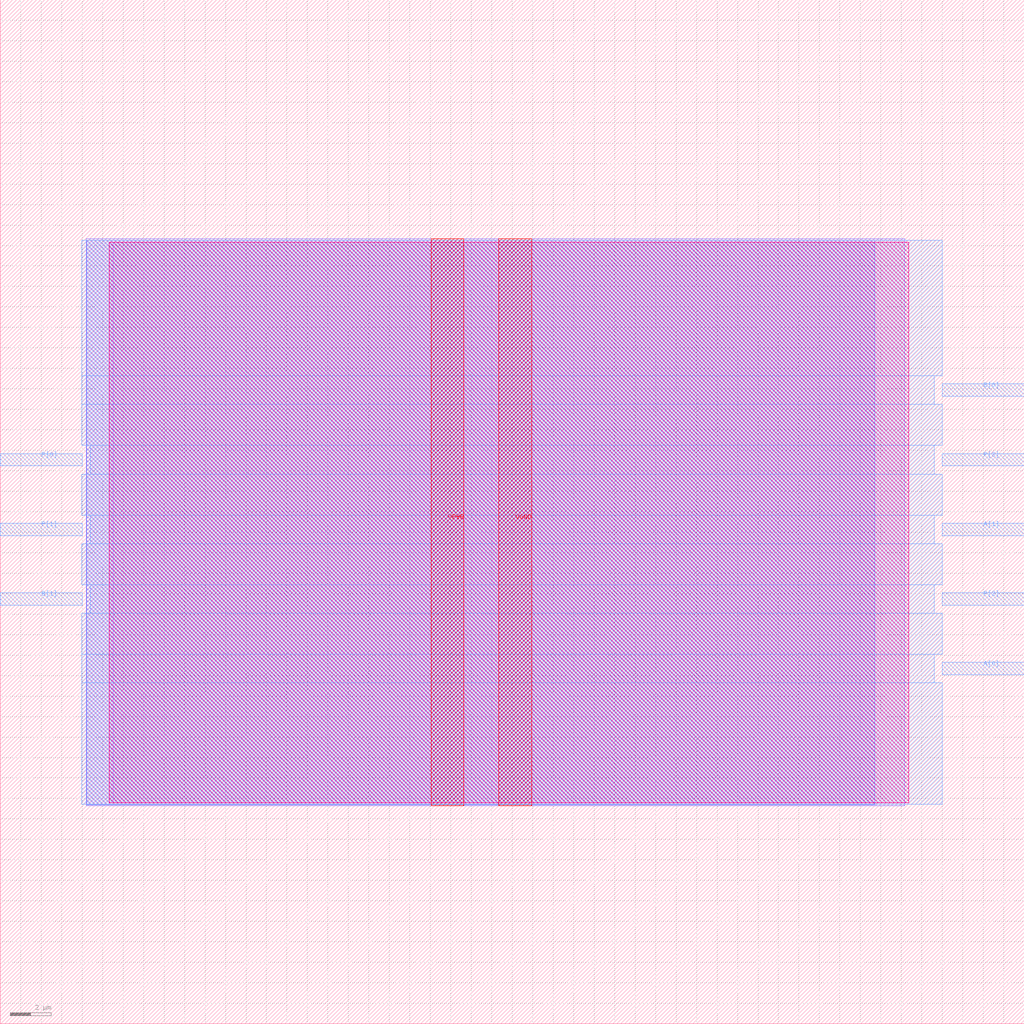
<source format=lef>
VERSION 5.7 ;
  NOWIREEXTENSIONATPIN ON ;
  DIVIDERCHAR "/" ;
  BUSBITCHARS "[]" ;
MACRO SarsanStepsNada_e8_1
  CLASS BLOCK ;
  FOREIGN SarsanStepsNada_e8_1 ;
  ORIGIN 0.000 0.000 ;
  SIZE 50.000 BY 50.000 ;
  PIN A[0]
    DIRECTION INPUT ;
    USE SIGNAL ;
    ANTENNAGATEAREA 0.196500 ;
    PORT
      LAYER met3 ;
        RECT 46.000 17.040 50.000 17.640 ;
    END
  END A[0]
  PIN A[1]
    DIRECTION INPUT ;
    USE SIGNAL ;
    ANTENNAGATEAREA 0.196500 ;
    PORT
      LAYER met3 ;
        RECT 46.000 23.840 50.000 24.440 ;
    END
  END A[1]
  PIN B[0]
    DIRECTION INPUT ;
    USE SIGNAL ;
    ANTENNAGATEAREA 0.196500 ;
    PORT
      LAYER met3 ;
        RECT 46.000 30.640 50.000 31.240 ;
    END
  END B[0]
  PIN B[1]
    DIRECTION INPUT ;
    USE SIGNAL ;
    ANTENNAGATEAREA 0.196500 ;
    PORT
      LAYER met3 ;
        RECT 0.000 20.440 4.000 21.040 ;
    END
  END B[1]
  PIN P[0]
    DIRECTION OUTPUT ;
    USE SIGNAL ;
    ANTENNADIFFAREA 0.445500 ;
    PORT
      LAYER met3 ;
        RECT 0.000 27.240 4.000 27.840 ;
    END
  END P[0]
  PIN P[1]
    DIRECTION OUTPUT ;
    USE SIGNAL ;
    ANTENNADIFFAREA 0.445500 ;
    PORT
      LAYER met3 ;
        RECT 0.000 23.840 4.000 24.440 ;
    END
  END P[1]
  PIN P[2]
    DIRECTION OUTPUT ;
    USE SIGNAL ;
    ANTENNADIFFAREA 0.445500 ;
    PORT
      LAYER met3 ;
        RECT 46.000 20.440 50.000 21.040 ;
    END
  END P[2]
  PIN P[3]
    DIRECTION OUTPUT ;
    USE SIGNAL ;
    ANTENNADIFFAREA 0.445500 ;
    PORT
      LAYER met3 ;
        RECT 46.000 27.240 50.000 27.840 ;
    END
  END P[3]
  PIN VGND
    DIRECTION INOUT ;
    USE GROUND ;
    PORT
      LAYER met4 ;
        RECT 24.340 10.640 25.940 38.320 ;
    END
  END VGND
  PIN VPWR
    DIRECTION INOUT ;
    USE POWER ;
    PORT
      LAYER met4 ;
        RECT 21.040 10.640 22.640 38.320 ;
    END
  END VPWR
  OBS
      LAYER nwell ;
        RECT 5.330 10.795 44.350 38.165 ;
      LAYER li1 ;
        RECT 5.520 10.795 44.160 38.165 ;
      LAYER met1 ;
        RECT 4.210 10.640 44.160 38.320 ;
      LAYER met2 ;
        RECT 4.230 10.695 42.690 38.265 ;
      LAYER met3 ;
        RECT 3.990 31.640 46.000 38.245 ;
        RECT 3.990 30.240 45.600 31.640 ;
        RECT 3.990 28.240 46.000 30.240 ;
        RECT 4.400 26.840 45.600 28.240 ;
        RECT 3.990 24.840 46.000 26.840 ;
        RECT 4.400 23.440 45.600 24.840 ;
        RECT 3.990 21.440 46.000 23.440 ;
        RECT 4.400 20.040 45.600 21.440 ;
        RECT 3.990 18.040 46.000 20.040 ;
        RECT 3.990 16.640 45.600 18.040 ;
        RECT 3.990 10.715 46.000 16.640 ;
  END
END SarsanStepsNada_e8_1
END LIBRARY


</source>
